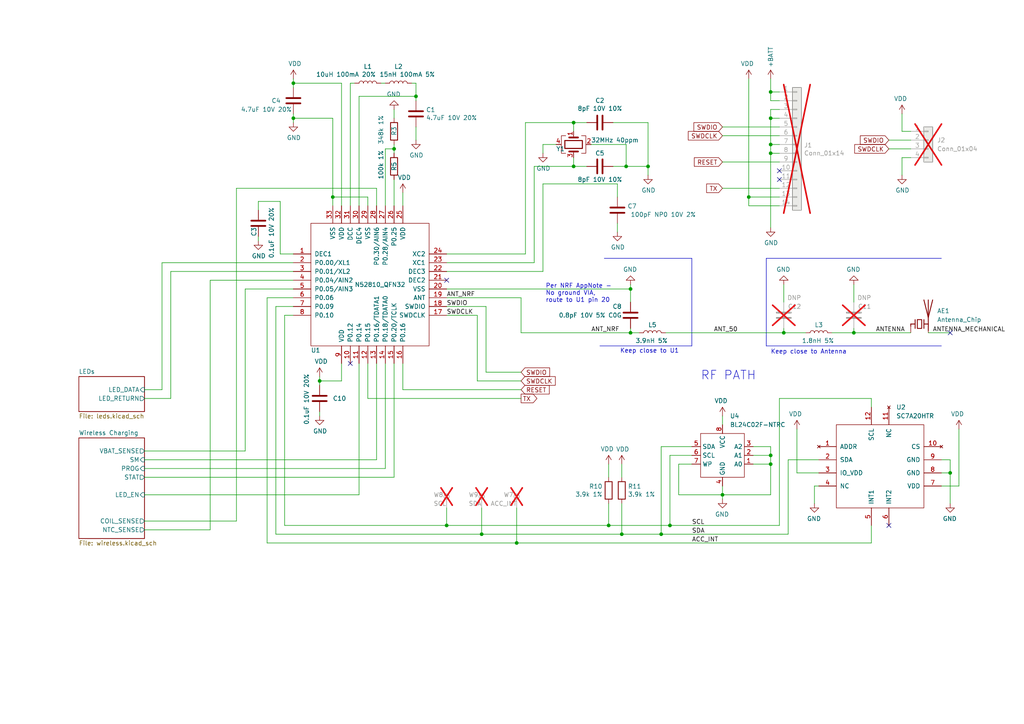
<source format=kicad_sch>
(kicad_sch (version 20250114) (generator "eeschema") (generator_version "9.0")
  (paper "A4")
  (title_block (title "Pixels D20 Schematic, Main") (date "2025-10-11") (rev "18") (company "Systemic Games, LLC") (comment 1 "Main MCU, Accelerometer and Radio"))
  (lib_symbols
    (symbol "Connector_Generic:Conn_01x04" (pin_names (offset 1.016) (hide yes))
      (property "Reference" "J" (at 0 5.08 0))
      (property "Value" "Conn_01x04" (at 0 -7.62 0))
      (symbol "Conn_01x04_1_1"
        (rectangle (start -1.27 3.81) (end 1.27 -6.35) (stroke (width 0.254)) (fill (type background)))
        (rectangle (start -1.27 2.667) (end 0 2.413) (stroke (width 0.1524)))
        (rectangle (start -1.27 0.127) (end 0 -0.127) (stroke (width 0.1524)))
        (rectangle (start -1.27 -2.413) (end 0 -2.667) (stroke (width 0.1524)))
        (rectangle (start -1.27 -4.953) (end 0 -5.207) (stroke (width 0.1524)))
        (pin passive line (at -5.08 2.54 0) (length 3.81) (name "Pin_1") (number "1"))
        (pin passive line (at -5.08 0 0) (length 3.81) (name "Pin_2") (number "2"))
        (pin passive line (at -5.08 -2.54 0) (length 3.81) (name "Pin_3") (number "3"))
        (pin passive line (at -5.08 -5.08 0) (length 3.81) (name "Pin_4") (number "4"))
      )
    )
    (symbol "Connector_Generic:Conn_01x14" (pin_names (offset 1.016) (hide yes))
      (property "Reference" "J" (at 0 17.78 0))
      (property "Value" "Conn_01x14" (at 0 -20.32 0))
      (symbol "Conn_01x14_1_1"
        (rectangle (start -1.27 16.51) (end 1.27 -19.05) (stroke (width 0.254)) (fill (type background)))
        (rectangle (start -1.27 15.367) (end 0 15.113) (stroke (width 0.1524)))
        (rectangle (start -1.27 12.827) (end 0 12.573) (stroke (width 0.1524)))
        (rectangle (start -1.27 10.287) (end 0 10.033) (stroke (width 0.1524)))
        (rectangle (start -1.27 7.747) (end 0 7.493) (stroke (width 0.1524)))
        (rectangle (start -1.27 5.207) (end 0 4.953) (stroke (width 0.1524)))
        (rectangle (start -1.27 2.667) (end 0 2.413) (stroke (width 0.1524)))
        (rectangle (start -1.27 0.127) (end 0 -0.127) (stroke (width 0.1524)))
        (rectangle (start -1.27 -2.413) (end 0 -2.667) (stroke (width 0.1524)))
        (rectangle (start -1.27 -4.953) (end 0 -5.207) (stroke (width 0.1524)))
        (rectangle (start -1.27 -7.493) (end 0 -7.747) (stroke (width 0.1524)))
        (rectangle (start -1.27 -10.033) (end 0 -10.287) (stroke (width 0.1524)))
        (rectangle (start -1.27 -12.573) (end 0 -12.827) (stroke (width 0.1524)))
        (rectangle (start -1.27 -15.113) (end 0 -15.367) (stroke (width 0.1524)))
        (rectangle (start -1.27 -17.653) (end 0 -17.907) (stroke (width 0.1524)))
        (pin passive line (at -5.08 15.24 0) (length 3.81) (name "Pin_1") (number "1"))
        (pin passive line (at -5.08 12.7 0) (length 3.81) (name "Pin_2") (number "2"))
        (pin passive line (at -5.08 10.16 0) (length 3.81) (name "Pin_3") (number "3"))
        (pin passive line (at -5.08 7.62 0) (length 3.81) (name "Pin_4") (number "4"))
        (pin passive line (at -5.08 5.08 0) (length 3.81) (name "Pin_5") (number "5"))
        (pin passive line (at -5.08 2.54 0) (length 3.81) (name "Pin_6") (number "6"))
        (pin passive line (at -5.08 0 0) (length 3.81) (name "Pin_7") (number "7"))
        (pin passive line (at -5.08 -2.54 0) (length 3.81) (name "Pin_8") (number "8"))
        (pin passive line (at -5.08 -5.08 0) (length 3.81) (name "Pin_9") (number "9"))
        (pin passive line (at -5.08 -7.62 0) (length 3.81) (name "Pin_10") (number "10"))
        (pin passive line (at -5.08 -10.16 0) (length 3.81) (name "Pin_11") (number "11"))
        (pin passive line (at -5.08 -12.7 0) (length 3.81) (name "Pin_12") (number "12"))
        (pin passive line (at -5.08 -15.24 0) (length 3.81) (name "Pin_13") (number "13"))
        (pin passive line (at -5.08 -17.78 0) (length 3.81) (name "Pin_14") (number "14"))
      )
    )
    (symbol "Device:Antenna_Chip" (pin_numbers (hide yes)) (pin_names (offset 1.016) (hide yes))
      (property "Reference" "AE" (at 0 5.08 0))
      (property "Value" "Antenna_Chip" (at 0 3.175 0))
      (symbol "Antenna_Chip_0_1"
        (polyline (pts (xy -2.54 0) (xy -2.54 -0.635)) (stroke (width 0.254)))
        (polyline (pts (xy -2.54 0) (xy -1.27 0)) (stroke (width 0.254)))
        (polyline (pts (xy -1.27 1.27) (xy -1.27 -1.27) (xy -1.27 0)) (stroke (width 0.254)))
        (polyline (pts (xy -0.635 1.27) (xy 0.635 1.27) (xy 0.635 -1.27) (xy -0.635 -1.27) (xy -0.635 1.27)) (stroke (width 0.254)))
        (polyline (pts (xy 1.27 1.27) (xy 1.27 -1.27)) (stroke (width 0.254)))
        (polyline (pts (xy 1.27 0) (xy 2.54 0)) (stroke (width 0.254)))
        (polyline (pts (xy 2.54 6.985) (xy 2.54 -1.905)) (stroke (width 0.254)))
        (polyline (pts (xy 2.54 -0.635) (xy 2.54 0)))
        (polyline (pts (xy 3.81 6.985) (xy 2.54 1.905) (xy 1.27 6.985)) (stroke (width 0.254)))
      )
      (symbol "Antenna_Chip_1_1"
        (pin input line (at -2.54 -2.54 90) (length 2.54) (name "FEED") (number "1"))
        (pin passive line (at 2.54 -2.54 90) (length 2.54) (name "PCB_Trace") (number "2"))
      )
    )
    (symbol "Device:C" (pin_numbers (hide yes)) (pin_names (offset 0.254))
      (property "Reference" "C" (at 0.635 2.54 0))
      (property "Value" "C" (at 0.635 -2.54 0))
      (symbol "C_0_1"
        (polyline (pts (xy -2.032 0.762) (xy 2.032 0.762)) (stroke (width 0.508)))
        (polyline (pts (xy -2.032 -0.762) (xy 2.032 -0.762)) (stroke (width 0.508)))
      )
      (symbol "C_1_1"
        (pin passive line (at 0 3.81 270) (length 2.794) (name "~") (number "1"))
        (pin passive line (at 0 -3.81 90) (length 2.794) (name "~") (number "2"))
      )
    )
    (symbol "Device:Crystal_GND24" (pin_names (offset 1.016) (hide yes))
      (property "Reference" "Y" (at 3.175 5.08 0))
      (property "Value" "Crystal_GND24" (at 3.175 3.175 0))
      (symbol "Crystal_GND24_0_1"
        (polyline (pts (xy -2.54 2.286) (xy -2.54 3.556) (xy 2.54 3.556) (xy 2.54 2.286)))
        (polyline (pts (xy -2.54 0) (xy -2.032 0)))
        (polyline (pts (xy -2.54 -2.286) (xy -2.54 -3.556) (xy 2.54 -3.556) (xy 2.54 -2.286)))
        (polyline (pts (xy -2.032 -1.27) (xy -2.032 1.27)) (stroke (width 0.508)))
        (rectangle (start -1.143 2.54) (end 1.143 -2.54) (stroke (width 0.3048)))
        (polyline (pts (xy 0 3.556) (xy 0 3.81)))
        (polyline (pts (xy 0 -3.81) (xy 0 -3.556)))
        (polyline (pts (xy 2.032 0) (xy 2.54 0)))
        (polyline (pts (xy 2.032 -1.27) (xy 2.032 1.27)) (stroke (width 0.508)))
      )
      (symbol "Crystal_GND24_1_1"
        (pin passive line (at -3.81 0 0) (length 1.27) (name "1") (number "1"))
        (pin passive line (at 0 5.08 270) (length 1.27) (name "2") (number "2"))
        (pin passive line (at 0 -5.08 90) (length 1.27) (name "4") (number "4"))
        (pin passive line (at 3.81 0 180) (length 1.27) (name "3") (number "3"))
      )
    )
    (symbol "Device:L" (pin_numbers (hide yes)) (pin_names (offset 1.016) (hide yes))
      (property "Reference" "L" (at -1.27 0 90))
      (property "Value" "L" (at 1.905 0 90))
      (symbol "L_0_1"
        (arc (start 0 2.54) (mid 0.6323 1.905) (end 0 1.27))
        (arc (start 0 1.27) (mid 0.6323 0.635) (end 0 0))
        (arc (start 0 0) (mid 0.6323 -0.635) (end 0 -1.27))
        (arc (start 0 -1.27) (mid 0.6323 -1.905) (end 0 -2.54))
      )
      (symbol "L_1_1"
        (pin passive line (at 0 3.81 270) (length 1.27) (name "1") (number "1"))
        (pin passive line (at 0 -3.81 90) (length 1.27) (name "2") (number "2"))
      )
    )
    (symbol "Device:R" (pin_numbers (hide yes)) (pin_names (offset 0))
      (property "Reference" "R" (at 2.032 0 90))
      (property "Value" "R" (at 0 0 90))
      (symbol "R_0_1"
        (rectangle (start -1.016 -2.54) (end 1.016 2.54) (stroke (width 0.254)))
      )
      (symbol "R_1_1"
        (pin passive line (at 0 3.81 270) (length 1.27) (name "~") (number "1"))
        (pin passive line (at 0 -3.81 90) (length 1.27) (name "~") (number "2"))
      )
    )
    (symbol "Pixels-dice:BL24C02F-NTRC"
      (property "Reference" "U" (at 2.286 -11.176 0))
      (property "Value" "BL24C02F-NTRC" (at 9.398 -9.144 0))
      (symbol "BL24C02F-NTRC_0_1"
        (rectangle (start -6.35 6.35) (end 6.35 -6.35))
      )
      (symbol "BL24C02F-NTRC_1_1"
        (pin bidirectional line (at -8.89 2.54 0) (length 2.54) (name "SDA") (number "5"))
        (pin input line (at -8.89 0 0) (length 2.54) (name "SCL") (number "6"))
        (pin input line (at -8.89 -2.54 0) (length 2.54) (name "WP") (number "7"))
        (pin power_in line (at 0 8.89 270) (length 2.54) (name "VCC") (number "8"))
        (pin power_in line (at 0 -8.89 90) (length 2.54) (name "GND") (number "4"))
        (pin input line (at 8.89 2.54 180) (length 2.54) (name "A2") (number "3"))
        (pin input line (at 8.89 0 180) (length 2.54) (name "A1") (number "2"))
        (pin input line (at 8.89 -2.54 180) (length 2.54) (name "A0") (number "1"))
      )
    )
    (symbol "Pixels-dice:N52810_QFN32" (pin_names (offset 1.016))
      (property "Reference" "U" (at 13.97 -19.05 0))
      (property "Value" "N52810_QFN32" (at 2.54 0 0))
      (symbol "N52810_QFN32_0_1"
        (rectangle (start -17.78 17.78) (end 16.51 -17.78))
      )
      (symbol "N52810_QFN32_1_1"
        (pin power_out line (at -22.86 8.89 0) (length 5.08) (name "DEC1") (number "1"))
        (pin bidirectional line (at -22.86 6.35 0) (length 5.08) (name "P0.00/XL1") (number "2"))
        (pin bidirectional line (at -22.86 3.81 0) (length 5.08) (name "P0.01/XL2") (number "3"))
        (pin bidirectional line (at -22.86 1.27 0) (length 5.08) (name "P0.04/AIN2") (number "4"))
        (pin bidirectional line (at -22.86 -1.27 0) (length 5.08) (name "P0.05/AIN3") (number "5"))
        (pin bidirectional line (at -22.86 -3.81 0) (length 5.08) (name "P0.06") (number "6"))
        (pin bidirectional line (at -22.86 -6.35 0) (length 5.08) (name "P0.09") (number "7"))
        (pin bidirectional line (at -22.86 -8.89 0) (length 5.08) (name "P0.10") (number "8"))
        (pin power_in line (at -11.43 22.86 270) (length 5.08) (name "VSS") (number "33"))
        (pin power_in line (at -8.89 22.86 270) (length 5.08) (name "VDD") (number "32"))
        (pin power_in line (at -8.89 -22.86 90) (length 5.08) (name "VDD") (number "9"))
        (pin output line (at -6.35 22.86 270) (length 5.08) (name "DCC") (number "31"))
        (pin bidirectional line (at -6.35 -22.86 90) (length 5.08) (name "P0.12") (number "10"))
        (pin output line (at -3.81 22.86 270) (length 5.08) (name "DEC4") (number "30"))
        (pin bidirectional line (at -3.81 -22.86 90) (length 5.08) (name "P0.14") (number "11"))
        (pin power_in line (at -1.27 22.86 270) (length 5.08) (name "VSS") (number "29"))
        (pin bidirectional line (at -1.27 -22.86 90) (length 5.08) (name "P0.15") (number "12"))
        (pin bidirectional line (at 1.27 22.86 270) (length 5.08) (name "P0.30/AIN6") (number "28"))
        (pin bidirectional line (at 1.27 -22.86 90) (length 5.08) (name "P0.16/TDATA1") (number "13"))
        (pin bidirectional line (at 3.81 22.86 270) (length 5.08) (name "P0.28/AIN4") (number "27"))
        (pin bidirectional line (at 3.81 -22.86 90) (length 5.08) (name "P0.18/TDATA0") (number "14"))
        (pin bidirectional line (at 6.35 22.86 270) (length 5.08) (name "P0.25") (number "26"))
        (pin bidirectional line (at 6.35 -22.86 90) (length 5.08) (name "P0.20/TCLK") (number "15"))
        (pin power_in line (at 8.89 22.86 270) (length 5.08) (name "VDD") (number "25"))
        (pin bidirectional line (at 8.89 -22.86 90) (length 5.08) (name "P0.16") (number "16"))
        (pin input line (at 21.59 8.89 180) (length 5.08) (name "XC2") (number "24"))
        (pin output line (at 21.59 6.35 180) (length 5.08) (name "XC1") (number "23"))
        (pin output line (at 21.59 3.81 180) (length 5.08) (name "DEC3") (number "22"))
        (pin output line (at 21.59 1.27 180) (length 5.08) (name "DEC2") (number "21"))
        (pin output line (at 21.59 -1.27 180) (length 5.08) (name "VSS") (number "20"))
        (pin output line (at 21.59 -3.81 180) (length 5.08) (name "ANT") (number "19"))
        (pin bidirectional line (at 21.59 -6.35 180) (length 5.08) (name "SWDIO") (number "18"))
        (pin bidirectional line (at 21.59 -8.89 180) (length 5.08) (name "SWDCLK") (number "17"))
      )
    )
    (symbol "Pixels-dice:SC7A20HTR" (pin_names (offset 1.016))
      (property "Reference" "U" (at 10.16 -12.7 0))
      (property "Value" "SC7A20HTR" (at 8.89 13.97 0))
      (symbol "SC7A20HTR_0_1"
        (rectangle (start -12.7 12.7) (end 12.7 -11.43))
      )
      (symbol "SC7A20HTR_1_1"
        (pin no_connect line (at -17.78 6.35 0) (length 5.08) (name "ADDR") (number "1"))
        (pin bidirectional line (at -17.78 2.54 0) (length 5.08) (name "SDA") (number "2"))
        (pin power_in line (at -17.78 -1.27 0) (length 5.08) (name "IO_VDD") (number "3"))
        (pin input line (at -17.78 -5.08 0) (length 5.08) (name "NC") (number "4"))
        (pin input line (at -2.54 17.78 270) (length 5.08) (name "SCL") (number "12"))
        (pin output line (at -2.54 -16.51 90) (length 5.08) (name "INT1") (number "5"))
        (pin no_connect line (at 2.54 17.78 270) (length 5.08) (name "NC") (number "11"))
        (pin output line (at 2.54 -16.51 90) (length 5.08) (name "INT2") (number "6"))
        (pin no_connect line (at 17.78 6.35 180) (length 5.08) (name "CS") (number "10"))
        (pin power_in line (at 17.78 2.54 180) (length 5.08) (name "GND") (number "9"))
        (pin power_in line (at 17.78 -1.27 180) (length 5.08) (name "GND") (number "8"))
        (pin power_in line (at 17.78 -5.08 180) (length 5.08) (name "VDD") (number "7"))
      )
    )
    (symbol "Pixels-dice:TEST_1P-conn" (pin_numbers (hide yes)) (pin_names (offset 0.762) (hide yes))
      (property "Reference" "W" (at 0 6.858 0))
      (property "Value" "TEST_1P-conn" (at 0 5.08 0))
      (symbol "TEST_1P-conn_0_1"
        (circle (center 0 3.302) (radius 0.762))
      )
      (symbol "TEST_1P-conn_1_1"
        (pin passive line (at 0 0 90) (length 2.54) (name "1") (number "1"))
      )
    )
    (symbol "power:+BATT" (power) (pin_names (offset 0))
      (property "Value" "+BATT" (at 0 3.556 0))
      (symbol "+BATT_0_1"
        (polyline (pts (xy -0.762 1.27) (xy 0 2.54)))
        (polyline (pts (xy 0 2.54) (xy 0.762 1.27)))
        (polyline (pts (xy 0 0) (xy 0 2.54)))
      )
      (symbol "+BATT_1_1"
        (pin power_in line (at 0 0 90) (length 0) (hide yes) (name "+BATT") (number "1"))
      )
    )
    (symbol "power:GND" (power) (pin_names (offset 0))
      (property "Value" "GND" (at 0 -3.81 0))
      (symbol "GND_0_1"
        (polyline (pts (xy 0 0) (xy 0 -1.27) (xy 1.27 -1.27) (xy 0 -2.54) (xy -1.27 -1.27) (xy 0 -1.27)))
      )
      (symbol "GND_1_1"
        (pin power_in line (at 0 0 270) (length 0) (hide yes) (name "GND") (number "1"))
      )
    )
    (symbol "power:VDD" (power) (pin_names (offset 0))
      (property "Value" "VDD" (at 0 3.81 0))
      (symbol "VDD_0_1"
        (polyline (pts (xy -0.762 1.27) (xy 0 2.54)))
        (polyline (pts (xy 0 2.54) (xy 0.762 1.27)))
        (polyline (pts (xy 0 0) (xy 0 2.54)))
      )
      (symbol "VDD_1_1"
        (pin power_in line (at 0 0 90) (length 0) (hide yes) (name "VDD") (number "1"))
      )
    )
  )
  (text "Per NRF AppNote -\nNo ground VIA,\nroute to U1 pin 20" (at 158.242 87.884 0) (effects (font (size 1.27 1.27)) (justify left bottom)))
  (text "RF PATH" (at 203.2 110.49 0) (effects (font (size 2.54 2.54)) (justify left bottom)))
  (text "Keep close to Antenna" (at 223.52 102.87 0) (effects (font (size 1.27 1.27)) (justify left bottom)))
  (text "Keep close to U1" (at 179.832 102.616 0) (effects (font (size 1.27 1.27)) (justify left bottom)))
  (junction (at 181.61 48.26))
  (junction (at 114.3 43.18))
  (junction (at 166.37 48.26))
  (junction (at 223.52 41.91))
  (junction (at 139.7 154.94))
  (junction (at 176.53 152.4))
  (junction (at 182.88 96.52))
  (junction (at 227.33 96.52))
  (junction (at 120.65 27.94))
  (junction (at 182.88 83.82))
  (junction (at 194.31 152.4))
  (junction (at 85.09 24.13))
  (junction (at 223.52 34.29))
  (junction (at 92.71 110.49))
  (junction (at 247.65 96.52))
  (junction (at 187.96 48.26))
  (junction (at 149.86 157.48))
  (junction (at 223.52 134.62))
  (junction (at 217.17 57.15))
  (junction (at 180.34 154.94))
  (junction (at 275.59 137.16))
  (junction (at 209.55 143.51))
  (junction (at 85.09 34.29))
  (junction (at 129.54 152.4))
  (junction (at 223.52 132.08))
  (junction (at 223.52 44.45))
  (junction (at 223.52 26.67))
  (junction (at 191.77 154.94))
  (junction (at 166.37 35.56))
  (junction (at 96.52 57.15))
  (no_connect (at 275.59 96.52))
  (no_connect (at 101.6 105.41))
  (no_connect (at 226.06 49.53))
  (no_connect (at 129.54 81.28))
  (no_connect (at 226.06 52.07))
  (no_connect (at 257.81 152.4))
  (wire (pts (xy 114.3 105.41) (xy 114.3 138.43)))
  (wire (pts (xy 96.52 34.29) (xy 85.09 34.29)))
  (wire (pts (xy 96.52 34.29) (xy 96.52 57.15)))
  (wire (pts (xy 209.55 46.99) (xy 226.06 46.99)))
  (wire (pts (xy 109.22 59.69) (xy 109.22 54.61)))
  (wire (pts (xy 149.86 147.32) (xy 149.86 157.48)))
  (wire (pts (xy 68.58 151.13) (xy 41.91 151.13)))
  (wire (pts (xy 181.61 41.91) (xy 181.61 48.26)))
  (wire (pts (xy 114.3 31.75) (xy 114.3 34.29)))
  (wire (pts (xy 154.94 76.2) (xy 154.94 48.26)))
  (wire (pts (xy 85.09 22.86) (xy 85.09 24.13)))
  (wire (pts (xy 209.55 54.61) (xy 226.06 54.61)))
  (wire (pts (xy 60.96 81.28) (xy 85.09 81.28)))
  (wire (pts (xy 177.8 48.26) (xy 181.61 48.26)))
  (wire (pts (xy 138.43 110.49) (xy 151.13 110.49)))
  (wire (pts (xy 196.85 134.62) (xy 196.85 143.51)))
  (wire (pts (xy 129.54 73.66) (xy 152.4 73.66)))
  (wire (pts (xy 41.91 130.81) (xy 71.12 130.81)))
  (wire (pts (xy 223.52 31.75) (xy 223.52 34.29)))
  (wire (pts (xy 85.09 76.2) (xy 46.99 76.2)))
  (wire (pts (xy 191.77 129.54) (xy 200.66 129.54)))
  (polyline (pts (xy 222.25 74.93) (xy 222.25 100.33)))
  (wire (pts (xy 187.96 35.56) (xy 187.96 48.26)))
  (wire (pts (xy 166.37 35.56) (xy 170.18 35.56)))
  (wire (pts (xy 217.17 57.15) (xy 217.17 59.69)))
  (wire (pts (xy 226.06 57.15) (xy 217.17 57.15)))
  (wire (pts (xy 223.52 132.08) (xy 223.52 134.62)))
  (polyline (pts (xy 222.25 100.33) (xy 273.05 100.33)))
  (wire (pts (xy 49.53 78.74) (xy 85.09 78.74)))
  (wire (pts (xy 129.54 86.36) (xy 151.13 86.36)))
  (wire (pts (xy 106.68 105.41) (xy 106.68 115.57)))
  (wire (pts (xy 60.96 81.28) (xy 60.96 153.67)))
  (wire (pts (xy 278.13 140.97) (xy 273.05 140.97)))
  (wire (pts (xy 180.34 134.62) (xy 180.34 138.43)))
  (wire (pts (xy 226.06 44.45) (xy 223.52 44.45)))
  (wire (pts (xy 223.52 134.62) (xy 223.52 143.51)))
  (wire (pts (xy 120.65 36.83) (xy 120.65 40.64)))
  (wire (pts (xy 101.6 24.13) (xy 102.87 24.13)))
  (wire (pts (xy 209.55 143.51) (xy 209.55 144.78)))
  (wire (pts (xy 92.71 110.49) (xy 92.71 111.76)))
  (wire (pts (xy 41.91 115.57) (xy 49.53 115.57)))
  (wire (pts (xy 129.54 83.82) (xy 182.88 83.82)))
  (wire (pts (xy 226.06 115.57) (xy 226.06 152.4)))
  (wire (pts (xy 92.71 110.49) (xy 99.06 110.49)))
  (wire (pts (xy 231.14 124.46) (xy 231.14 137.16)))
  (wire (pts (xy 116.84 113.03) (xy 151.13 113.03)))
  (wire (pts (xy 275.59 133.35) (xy 275.59 137.16)))
  (wire (pts (xy 82.55 91.44) (xy 82.55 152.4)))
  (wire (pts (xy 152.4 73.66) (xy 152.4 35.56)))
  (wire (pts (xy 129.54 88.9) (xy 140.97 88.9)))
  (wire (pts (xy 226.06 34.29) (xy 223.52 34.29)))
  (wire (pts (xy 151.13 96.52) (xy 182.88 96.52)))
  (wire (pts (xy 176.53 134.62) (xy 176.53 138.43)))
  (wire (pts (xy 218.44 132.08) (xy 223.52 132.08)))
  (wire (pts (xy 194.31 152.4) (xy 226.06 152.4)))
  (wire (pts (xy 92.71 110.49) (xy 92.71 109.22)))
  (wire (pts (xy 140.97 107.95) (xy 151.13 107.95)))
  (wire (pts (xy 46.99 113.03) (xy 41.91 113.03)))
  (wire (pts (xy 161.29 41.91) (xy 157.48 41.91)))
  (wire (pts (xy 257.81 43.18) (xy 264.16 43.18)))
  (wire (pts (xy 46.99 76.2) (xy 46.99 113.03)))
  (wire (pts (xy 139.7 154.94) (xy 180.34 154.94)))
  (wire (pts (xy 252.73 118.11) (xy 252.73 115.57)))
  (wire (pts (xy 85.09 24.13) (xy 85.09 25.4)))
  (wire (pts (xy 120.65 27.94) (xy 120.65 29.21)))
  (wire (pts (xy 223.52 29.21) (xy 226.06 29.21)))
  (wire (pts (xy 106.68 59.69) (xy 106.68 57.15)))
  (wire (pts (xy 77.47 86.36) (xy 77.47 157.48)))
  (wire (pts (xy 209.55 39.37) (xy 226.06 39.37)))
  (wire (pts (xy 252.73 152.4) (xy 252.73 157.48)))
  (wire (pts (xy 80.01 154.94) (xy 139.7 154.94)))
  (wire (pts (xy 116.84 55.88) (xy 116.84 59.69)))
  (wire (pts (xy 119.38 24.13) (xy 120.65 24.13)))
  (wire (pts (xy 120.65 27.94) (xy 104.14 27.94)))
  (wire (pts (xy 111.76 135.89) (xy 111.76 105.41)))
  (wire (pts (xy 278.13 124.46) (xy 278.13 140.97)))
  (wire (pts (xy 99.06 110.49) (xy 99.06 105.41)))
  (wire (pts (xy 193.04 96.52) (xy 227.33 96.52)))
  (wire (pts (xy 177.8 35.56) (xy 187.96 35.56)))
  (wire (pts (xy 77.47 157.48) (xy 149.86 157.48)))
  (wire (pts (xy 60.96 153.67) (xy 41.91 153.67)))
  (polyline (pts (xy 173.99 100.33) (xy 200.66 100.33)))
  (wire (pts (xy 180.34 154.94) (xy 191.77 154.94)))
  (wire (pts (xy 154.94 48.26) (xy 166.37 48.26)))
  (wire (pts (xy 49.53 115.57) (xy 49.53 78.74)))
  (wire (pts (xy 247.65 82.55) (xy 247.65 87.63)))
  (wire (pts (xy 71.12 83.82) (xy 85.09 83.82)))
  (wire (pts (xy 41.91 135.89) (xy 111.76 135.89)))
  (wire (pts (xy 273.05 137.16) (xy 275.59 137.16)))
  (wire (pts (xy 209.55 36.83) (xy 226.06 36.83)))
  (wire (pts (xy 227.33 96.52) (xy 233.68 96.52)))
  (wire (pts (xy 200.66 132.08) (xy 194.31 132.08)))
  (wire (pts (xy 41.91 143.51) (xy 104.14 143.51)))
  (polyline (pts (xy 200.66 74.93) (xy 200.66 100.33)))
  (wire (pts (xy 85.09 88.9) (xy 80.01 88.9)))
  (wire (pts (xy 166.37 48.26) (xy 170.18 48.26)))
  (wire (pts (xy 223.52 26.67) (xy 226.06 26.67)))
  (wire (pts (xy 149.86 157.48) (xy 252.73 157.48)))
  (wire (pts (xy 182.88 82.55) (xy 182.88 83.82)))
  (wire (pts (xy 179.07 53.34) (xy 179.07 57.15)))
  (wire (pts (xy 261.62 33.02) (xy 261.62 38.1)))
  (wire (pts (xy 92.71 119.38) (xy 92.71 120.65)))
  (wire (pts (xy 209.55 140.97) (xy 209.55 143.51)))
  (wire (pts (xy 80.01 154.94) (xy 80.01 88.9)))
  (wire (pts (xy 85.09 34.29) (xy 85.09 35.56)))
  (wire (pts (xy 218.44 129.54) (xy 223.52 129.54)))
  (wire (pts (xy 109.22 54.61) (xy 68.58 54.61)))
  (wire (pts (xy 252.73 115.57) (xy 226.06 115.57)))
  (wire (pts (xy 273.05 133.35) (xy 275.59 133.35)))
  (wire (pts (xy 152.4 35.56) (xy 166.37 35.56)))
  (wire (pts (xy 85.09 91.44) (xy 82.55 91.44)))
  (wire (pts (xy 120.65 24.13) (xy 120.65 27.94)))
  (wire (pts (xy 241.3 96.52) (xy 247.65 96.52)))
  (wire (pts (xy 223.52 129.54) (xy 223.52 132.08)))
  (wire (pts (xy 218.44 134.62) (xy 223.52 134.62)))
  (wire (pts (xy 68.58 54.61) (xy 68.58 151.13)))
  (wire (pts (xy 104.14 143.51) (xy 104.14 105.41)))
  (wire (pts (xy 217.17 22.86) (xy 217.17 57.15)))
  (wire (pts (xy 223.52 22.86) (xy 223.52 26.67)))
  (wire (pts (xy 236.22 140.97) (xy 237.49 140.97)))
  (wire (pts (xy 228.6 133.35) (xy 228.6 154.94)))
  (wire (pts (xy 111.76 43.18) (xy 114.3 43.18)))
  (wire (pts (xy 85.09 73.66) (xy 81.28 73.66)))
  (wire (pts (xy 227.33 82.55) (xy 227.33 87.63)))
  (wire (pts (xy 106.68 115.57) (xy 151.13 115.57)))
  (wire (pts (xy 191.77 154.94) (xy 228.6 154.94)))
  (wire (pts (xy 99.06 24.13) (xy 85.09 24.13)))
  (wire (pts (xy 261.62 38.1) (xy 264.16 38.1)))
  (wire (pts (xy 138.43 91.44) (xy 138.43 110.49)))
  (wire (pts (xy 129.54 152.4) (xy 176.53 152.4)))
  (wire (pts (xy 96.52 57.15) (xy 96.52 59.69)))
  (wire (pts (xy 223.52 44.45) (xy 223.52 66.04)))
  (wire (pts (xy 171.45 41.91) (xy 181.61 41.91)))
  (polyline (pts (xy 175.26 74.93) (xy 200.66 74.93)))
  (wire (pts (xy 226.06 41.91) (xy 223.52 41.91)))
  (wire (pts (xy 106.68 57.15) (xy 96.52 57.15)))
  (wire (pts (xy 151.13 86.36) (xy 151.13 96.52)))
  (polyline (pts (xy 222.25 74.93) (xy 273.05 74.93)))
  (wire (pts (xy 129.54 91.44) (xy 138.43 91.44)))
  (wire (pts (xy 139.7 147.32) (xy 139.7 154.94)))
  (wire (pts (xy 74.93 68.58) (xy 74.93 69.85)))
  (wire (pts (xy 194.31 132.08) (xy 194.31 152.4)))
  (wire (pts (xy 101.6 24.13) (xy 101.6 59.69)))
  (wire (pts (xy 196.85 143.51) (xy 209.55 143.51)))
  (wire (pts (xy 41.91 133.35) (xy 109.22 133.35)))
  (wire (pts (xy 223.52 41.91) (xy 223.52 44.45)))
  (wire (pts (xy 82.55 152.4) (xy 129.54 152.4)))
  (wire (pts (xy 114.3 43.18) (xy 114.3 44.45)))
  (wire (pts (xy 129.54 147.32) (xy 129.54 152.4)))
  (wire (pts (xy 81.28 58.42) (xy 74.93 58.42)))
  (wire (pts (xy 176.53 152.4) (xy 194.31 152.4)))
  (wire (pts (xy 182.88 95.25) (xy 182.88 96.52)))
  (wire (pts (xy 261.62 45.72) (xy 261.62 50.8)))
  (wire (pts (xy 71.12 83.82) (xy 71.12 130.81)))
  (wire (pts (xy 140.97 88.9) (xy 140.97 107.95)))
  (wire (pts (xy 109.22 133.35) (xy 109.22 105.41)))
  (wire (pts (xy 180.34 146.05) (xy 180.34 154.94)))
  (wire (pts (xy 237.49 137.16) (xy 231.14 137.16)))
  (wire (pts (xy 85.09 33.02) (xy 85.09 34.29)))
  (wire (pts (xy 111.76 59.69) (xy 111.76 43.18)))
  (wire (pts (xy 157.48 53.34) (xy 157.48 78.74)))
  (wire (pts (xy 209.55 120.65) (xy 209.55 123.19)))
  (wire (pts (xy 104.14 27.94) (xy 104.14 59.69)))
  (wire (pts (xy 181.61 48.26) (xy 187.96 48.26)))
  (wire (pts (xy 247.65 96.52) (xy 264.16 96.52)))
  (wire (pts (xy 223.52 31.75) (xy 226.06 31.75)))
  (wire (pts (xy 182.88 96.52) (xy 185.42 96.52)))
  (wire (pts (xy 116.84 105.41) (xy 116.84 113.03)))
  (wire (pts (xy 275.59 137.16) (xy 275.59 146.05)))
  (wire (pts (xy 114.3 41.91) (xy 114.3 43.18)))
  (wire (pts (xy 223.52 143.51) (xy 209.55 143.51)))
  (wire (pts (xy 182.88 83.82) (xy 182.88 87.63)))
  (wire (pts (xy 179.07 64.77) (xy 179.07 67.31)))
  (wire (pts (xy 223.52 34.29) (xy 223.52 41.91)))
  (wire (pts (xy 200.66 134.62) (xy 196.85 134.62)))
  (wire (pts (xy 157.48 41.91) (xy 157.48 44.45)))
  (wire (pts (xy 110.49 24.13) (xy 111.76 24.13)))
  (wire (pts (xy 261.62 45.72) (xy 264.16 45.72)))
  (wire (pts (xy 187.96 48.26) (xy 187.96 50.8)))
  (wire (pts (xy 166.37 45.72) (xy 166.37 48.26)))
  (wire (pts (xy 41.91 138.43) (xy 114.3 138.43)))
  (wire (pts (xy 166.37 38.1) (xy 166.37 35.56)))
  (wire (pts (xy 179.07 53.34) (xy 157.48 53.34)))
  (wire (pts (xy 247.65 95.25) (xy 247.65 96.52)))
  (wire (pts (xy 269.24 96.52) (xy 275.59 96.52)))
  (wire (pts (xy 81.28 58.42) (xy 81.28 73.66)))
  (wire (pts (xy 74.93 58.42) (xy 74.93 60.96)))
  (wire (pts (xy 99.06 24.13) (xy 99.06 59.69)))
  (wire (pts (xy 236.22 140.97) (xy 236.22 146.05)))
  (wire (pts (xy 223.52 26.67) (xy 223.52 29.21)))
  (wire (pts (xy 176.53 146.05) (xy 176.53 152.4)))
  (wire (pts (xy 191.77 129.54) (xy 191.77 154.94)))
  (wire (pts (xy 114.3 52.07) (xy 114.3 59.69)))
  (wire (pts (xy 217.17 59.69) (xy 226.06 59.69)))
  (wire (pts (xy 129.54 76.2) (xy 154.94 76.2)))
  (wire (pts (xy 85.09 86.36) (xy 77.47 86.36)))
  (wire (pts (xy 257.81 40.64) (xy 264.16 40.64)))
  (wire (pts (xy 227.33 95.25) (xy 227.33 96.52)))
  (wire (pts (xy 237.49 133.35) (xy 228.6 133.35)))
  (wire (pts (xy 129.54 78.74) (xy 157.48 78.74)))
  (label "ANTENNA_MECHANICAL" (at 270.51 96.52 0))
  (label "ANT_50" (at 207.01 96.52 0))
  (label "ACC_INT" (at 200.66 157.48 0))
  (label "SWDCLK" (at 129.54 91.44 0))
  (label "ANT_NRF" (at 129.54 86.36 0))
  (label "SCL" (at 200.66 152.4 0))
  (label "ANTENNA" (at 254 96.52 0))
  (label "SWDIO" (at 129.54 88.9 0))
  (label "SDA" (at 200.66 154.94 0))
  (label "ANT_NRF" (at 171.45 96.52 0))
  (global_label "SWDCLK" (shape input) (at 257.81 43.18 180) (property "Intersheetrefs" "${INTERSHEET_REFS}" (effects (hide yes))))
  (global_label "SWDIO" (shape input) (at 151.13 107.95 0) (property "Intersheetrefs" "${INTERSHEET_REFS}" (effects (hide yes))))
  (global_label "SWDCLK" (shape input) (at 209.55 39.37 180) (property "Intersheetrefs" "${INTERSHEET_REFS}" (effects (hide yes))))
  (global_label "RESET" (shape input) (at 209.55 46.99 180) (property "Intersheetrefs" "${INTERSHEET_REFS}" (effects (hide yes))))
  (global_label "SWDCLK" (shape input) (at 151.13 110.49 0) (property "Intersheetrefs" "${INTERSHEET_REFS}" (effects (hide yes))))
  (global_label "RESET" (shape input) (at 151.13 113.03 0) (property "Intersheetrefs" "${INTERSHEET_REFS}" (effects (hide yes))))
  (global_label "TX" (shape output) (at 151.13 115.57 0) (property "Intersheetrefs" "${INTERSHEET_REFS}" (effects (hide yes))))
  (global_label "TX" (shape input) (at 209.55 54.61 180) (property "Intersheetrefs" "${INTERSHEET_REFS}" (effects (hide yes))))
  (global_label "SWDIO" (shape input) (at 209.55 36.83 180) (property "Intersheetrefs" "${INTERSHEET_REFS}" (effects (hide yes))))
  (global_label "SWDIO" (shape input) (at 257.81 40.64 180) (property "Intersheetrefs" "${INTERSHEET_REFS}" (effects (hide yes))))
  (symbol (lib_id "power:GND") (at 92.71 120.65 0) (unit 1)
    (property "Reference" "#PWR016" (effects (hide yes)))
    (property "Value" "GND" (at 92.837 125.0442 0))
  )
  (symbol (lib_id "power:VDD") (at 92.71 109.22 0) (unit 1)
    (property "Reference" "#PWR014" (effects (hide yes)))
    (property "Value" "VDD" (at 93.1418 104.8258 0))
  )
  (symbol (lib_id "Device:C") (at 92.71 115.57 0) (unit 1)
    (property "Reference" "C10" (at 96.52 115.57 0) (effects (justify left)))
    (property "Value" "0.1uF 10V 20%" (at 88.9 123.19 90) (effects (justify left)))
    (property "Footprint" "Capacitor_SMD:C_0201_0603Metric" (effects (hide yes)))
    (property "Generic OK" "YES" (effects (hide yes)))
    (property "Manufacturer" "HRE" (effects (hide yes)))
    (property "Part Number" "CGA0201X5R104K100ET" (effects (hide yes)))
    (property "LCSC Part #" "C6119757" (effects (hide yes)))
  )
  (symbol (lib_id "power:GND") (at 85.09 35.56 0) (unit 1)
    (property "Reference" "#PWR08" (effects (hide yes)))
    (property "Value" "GND" (at 85.217 39.9542 0))
  )
  (symbol (lib_id "power:VDD") (at 85.09 22.86 0) (unit 1)
    (property "Reference" "#PWR01" (effects (hide yes)))
    (property "Value" "VDD" (at 85.5218 18.4658 0))
  )
  (symbol (lib_id "Device:C") (at 85.09 29.21 0) (unit 1)
    (property "Reference" "C4" (at 78.74 29.21 0) (effects (justify left)))
    (property "Value" "4.7uF 10V 20%" (at 69.85 31.75 0) (effects (justify left)))
    (property "Footprint" "Pixels-dice:C_0402_1005Metric" (effects (hide yes)))
    (property "Generic OK" "YES" (effects (hide yes)))
    (property "Manufacturer" "HRE" (effects (hide yes)))
    (property "Part Number" "CGA0402X5R475M100GT" (effects (hide yes)))
    (property "Alternate Manufacturer" "Samsung Electro-Mechanics" (effects (hide yes)))
    (property "Alternate PN" "CL05A475MP5NRNC" (effects (hide yes)))
    (property "Alternate LCSC Part #" "C23733" (effects (hide yes)))
  )
  (symbol (lib_id "power:GND") (at 74.93 69.85 0) (unit 1)
    (property "Reference" "#PWR05" (effects (hide yes)))
    (property "Value" "GND" (at 75.057 74.2442 0))
  )
  (symbol (lib_id "Device:C") (at 74.93 64.77 0) (unit 1)
    (property "Reference" "C3" (at 73.66 68.58 90) (effects (justify left)))
    (property "Value" "0.1uF 10V 20%" (at 78.74 74.93 90) (effects (justify left)))
    (property "Footprint" "Capacitor_SMD:C_0201_0603Metric" (effects (hide yes)))
    (property "Generic OK" "YES" (effects (hide yes)))
    (property "Manufacturer" "HRE" (effects (hide yes)))
    (property "Part Number" "CGA0201X5R104K100ET" (effects (hide yes)))
    (property "LCSC Part #" "C6119757" (effects (hide yes)))
  )
  (symbol (lib_id "Device:L") (at 106.68 24.13 90) (unit 1)
    (property "Reference" "L1" (at 106.68 19.304 90))
    (property "Value" "10uH 100mA 20%" (at 100.33 21.59 90))
    (property "Footprint" "Inductor_SMD:L_0603_1608Metric" (effects (hide yes)))
    (property "Generic OK" "YES" (effects (hide yes)))
    (property "Manufacturer" "FH" (effects (hide yes)))
    (property "Part Number" "CMI160808J100KT" (effects (hide yes)))
    (property "LCSC Part #" "C411908" (effects (hide yes)))
  )
  (symbol (lib_id "Device:L") (at 115.57 24.13 90) (unit 1)
    (property "Reference" "L2" (at 115.57 19.304 90))
    (property "Value" "15nH 100mA 5%" (at 118.11 21.59 90))
    (property "Footprint" "Inductor_SMD:L_0201_0603Metric" (effects (hide yes)))
    (property "Generic OK" "YES" (effects (hide yes)))
    (property "Manufacturer" "FH" (effects (hide yes)))
    (property "Part Number" "VHF060303HQ15NKT" (effects (hide yes)))
    (property "LCSC Part #" "C381880" (effects (hide yes)))
  )
  (symbol (lib_id "Device:C") (at 120.65 33.02 0) (unit 1)
    (property "Reference" "C1" (at 123.571 31.8516 0) (effects (justify left)))
    (property "Value" "4.7uF 10V 20%" (at 123.571 34.163 0) (effects (justify left)))
    (property "Footprint" "Pixels-dice:C_0402_1005Metric" (effects (hide yes)))
    (property "Generic OK" "YES" (effects (hide yes)))
    (property "Manufacturer" "HRE" (effects (hide yes)))
    (property "Part Number" "CGA0402X5R475M100GT" (effects (hide yes)))
    (property "Alternate Manufacturer" "Samsung Electro-Mechanics" (effects (hide yes)))
    (property "Alternate PN" "CL05A475MP5NRNC" (effects (hide yes)))
    (property "Alternate LCSC Part #" "C23733" (effects (hide yes)))
  )
  (symbol (lib_id "power:GND") (at 120.65 40.64 0) (unit 1)
    (property "Reference" "#PWR03" (effects (hide yes)))
    (property "Value" "GND" (at 120.777 45.0342 0))
  )
  (symbol (lib_id "Device:Crystal_GND24") (at 166.37 41.91 270) (unit 1)
    (property "Reference" "Y1" (at 161.29 43.18 90) (effects (justify left)))
    (property "Value" "32MHz 40ppm" (at 171.45 40.64 90) (effects (justify left)))
    (property "Footprint" "Pixels-dice:Crystal_SMD_2016-4Pin_2.0x1.6mm" (effects (hide yes)))
    (property "Generic OK" "YES" (effects (hide yes)))
    (property "Manufacturer" "TOGNJING" (effects (hide yes)))
    (property "Part Number" "XTM20032000DT00351001" (effects (hide yes)))
    (property "Alternate Manufacturer" "TXC Corp" (effects (hide yes)))
    (property "Alternate PN" "8Q32000002" (effects (hide yes)))
    (property "Alternate LCSC Part #" "C5203640" (effects (hide yes)))
    (property "LCSC Part #" "C20623629" (effects (hide yes)))
  )
  (symbol (lib_id "Device:C") (at 173.99 35.56 270) (unit 1)
    (property "Reference" "C2" (at 173.99 29.1592 90))
    (property "Value" "8pF 10V 10%" (at 173.99 31.4706 90))
    (property "Footprint" "Capacitor_SMD:C_0201_0603Metric" (effects (hide yes)))
    (property "Generic OK" "YES" (effects (hide yes)))
    (property "Manufacturer" "HRE" (effects (hide yes)))
    (property "Part Number" "CGA0201C0G8R0B250ET" (effects (hide yes)))
    (property "LCSC Part #" "C501818" (effects (hide yes)))
  )
  (symbol (lib_id "Device:C") (at 173.99 48.26 270) (unit 1)
    (property "Reference" "C5" (at 173.99 44.45 90))
    (property "Value" "8pF 10V 10%" (at 173.99 52.07 90))
    (property "Footprint" "Capacitor_SMD:C_0201_0603Metric" (effects (hide yes)))
    (property "Generic OK" "YES" (effects (hide yes)))
    (property "Manufacturer" "HRE" (effects (hide yes)))
    (property "Part Number" "CGA0201C0G8R0B250ET" (effects (hide yes)))
    (property "LCSC Part #" "C501818" (effects (hide yes)))
  )
  (symbol (lib_id "power:GND") (at 187.96 50.8 0) (unit 1)
    (property "Reference" "#PWR09" (effects (hide yes)))
    (property "Value" "GND" (at 188.087 55.1942 0))
  )
  (symbol (lib_id "power:GND") (at 179.07 67.31 0) (unit 1)
    (property "Reference" "#PWR011" (effects (hide yes)))
    (property "Value" "GND" (at 179.197 71.7042 0))
  )
  (symbol (lib_id "Device:C") (at 179.07 60.96 0) (unit 1)
    (property "Reference" "C7" (at 181.991 59.7916 0) (effects (justify left)))
    (property "Value" "100pF NP0 10V 2%" (at 182.88 62.23 0) (effects (justify left)))
    (property "Footprint" "Capacitor_SMD:C_0201_0603Metric" (effects (hide yes)))
    (property "Generic OK" "YES" (effects (hide yes)))
    (property "Manufacturer" "HRE" (effects (hide yes)))
    (property "Part Number" "CGA0201C0G101J500ET" (effects (hide yes)))
    (property "Alternate Manufacturer" "EYANG(Shenzhen Eyang Tech Development)" (effects (hide yes)))
    (property "Alternate PN" "C0201C0G101J500NTA" (effects (hide yes)))
    (property "Alternate LCSC Part #" "C115540" (effects (hide yes)))
    (property "LCSC Part #" "C20069263" (effects (hide yes)))
  )
  (symbol (lib_id "Device:C") (at 182.88 91.44 180) (unit 1)
    (property "Reference" "C8" (at 180.34 88.9 0) (effects (justify left)))
    (property "Value" "0.8pF 10V 5% C0G" (at 180.34 91.44 0) (effects (justify left)))
    (property "Footprint" "Capacitor_SMD:C_0201_0603Metric" (effects (hide yes)))
    (property "Generic OK" "YES" (effects (hide yes)))
    (property "Manufacturer" "HRE" (effects (hide yes)))
    (property "Part Number" "CGA0201C0GR80C250ET" (effects (hide yes)))
  )
  (symbol (lib_id "power:GND") (at 182.88 82.55 180) (unit 1)
    (property "Reference" "#PWR012" (effects (hide yes)))
    (property "Value" "GND" (at 182.753 78.1558 0))
  )
  (symbol (lib_id "power:GND") (at 157.48 44.45 0) (unit 1)
    (property "Reference" "#PWR06" (effects (hide yes)))
    (property "Value" "GND" (at 157.607 48.8442 0))
  )
  (symbol (lib_id "Pixels-dice:TEST_1P-conn") (at 149.86 147.32 0) (unit 1) (in_bom no) (dnp yes)
    (property "Reference" "W7" (at 146.05 143.51 0) (effects (justify left)))
    (property "Value" "ACC_INT" (at 142.24 146.05 0) (effects (justify left)))
    (property "Footprint" "Pixels-dice:TEST_PIN" (effects (hide yes)))
    (property "Generic OK" "N/A" (effects (hide yes)))
  )
  (symbol (lib_id "Pixels-dice:TEST_1P-conn") (at 129.54 147.32 0) (unit 1) (in_bom no) (dnp yes)
    (property "Reference" "W8" (at 125.73 143.51 0) (effects (justify left)))
    (property "Value" "SCL" (at 125.73 146.05 0) (effects (justify left)))
    (property "Footprint" "Pixels-dice:TEST_PIN" (effects (hide yes)))
    (property "Generic OK" "N/A" (effects (hide yes)))
  )
  (symbol (lib_id "Pixels-dice:TEST_1P-conn") (at 139.7 147.32 0) (unit 1) (in_bom no) (dnp yes)
    (property "Reference" "W9" (at 135.89 143.51 0) (effects (justify left)))
    (property "Value" "SDA" (at 135.89 146.05 0) (effects (justify left)))
    (property "Footprint" "Pixels-dice:TEST_PIN" (effects (hide yes)))
    (property "Generic OK" "N/A" (effects (hide yes)))
  )
  (symbol (lib_id "power:GND") (at 261.62 50.8 0) (unit 1)
    (property "Reference" "#PWR024" (effects (hide yes)))
    (property "Value" "GND" (at 261.747 55.1942 0))
  )
  (symbol (lib_id "Device:L") (at 189.23 96.52 90) (unit 1)
    (property "Reference" "L5" (at 189.23 94.234 90))
    (property "Value" "3.9nH 5%" (at 188.976 98.806 90))
    (property "Footprint" "Inductor_SMD:L_0201_0603Metric" (effects (hide yes)))
    (property "Generic OK" "YES" (effects (hide yes)))
    (property "Manufacturer" "FH" (effects (hide yes)))
    (property "Part Number" " VHF060303HQ3N9ST02" (effects (hide yes)))
  )
  (symbol (lib_id "power:GND") (at 227.33 82.55 180) (unit 1)
    (property "Reference" "#PWR049" (effects (hide yes)))
    (property "Value" "GND" (at 227.203 78.1558 0))
  )
  (symbol (lib_id "power:VDD") (at 231.14 124.46 0) (mirror y) (unit 1)
    (property "Reference" "#PWR044" (effects (hide yes)))
    (property "Value" "VDD" (at 230.7082 120.0658 0))
  )
  (symbol (lib_id "power:VDD") (at 176.53 134.62 0) (mirror y) (unit 1)
    (property "Reference" "#PWR034" (effects (hide yes)))
    (property "Value" "VDD" (at 176.0982 130.2258 0))
  )
  (symbol (lib_id "Device:L") (at 237.49 96.52 90) (unit 1)
    (property "Reference" "L3" (at 237.49 94.234 90))
    (property "Value" "1.8nH 5%" (at 237.236 98.806 90))
    (property "Footprint" "Inductor_SMD:L_0201_0603Metric" (effects (hide yes)))
    (property "Generic OK" "YES" (effects (hide yes)))
    (property "Manufacturer" "FH" (effects (hide yes)))
    (property "Part Number" "VHF060303HQ1N8ST" (effects (hide yes)))
  )
  (symbol (lib_id "power:VDD") (at 209.55 120.65 0) (mirror y) (unit 1)
    (property "Reference" "#PWR042" (effects (hide yes)))
    (property "Value" "VDD" (at 209.1182 116.2558 0))
  )
  (symbol (lib_id "Device:R") (at 180.34 142.24 0) (unit 1)
    (property "Reference" "R11" (at 182.118 141.0716 0) (effects (justify left)))
    (property "Value" "3.9k 1%" (at 182.118 143.383 0) (effects (justify left)))
    (property "Footprint" "Resistor_SMD:R_0201_0603Metric" (effects (hide yes)))
    (property "Generic OK" "YES" (effects (hide yes)))
    (property "Manufacturer" "UNI-ROYAL(Uniroyal Elec)" (effects (hide yes)))
    (property "Part Number" "0201WMF3651TEE" (effects (hide yes)))
    (property "Alternate Manufacturer" "UNI-ROYAL(Uniroyal Elec)" (effects (hide yes)))
  )
  (symbol (lib_id "power:VDD") (at 116.84 55.88 0) (unit 1)
    (property "Reference" "#PWR02" (effects (hide yes)))
    (property "Value" "VDD" (at 117.2718 51.4858 0))
  )
  (symbol (lib_id "power:VDD") (at 180.34 134.62 0) (mirror y) (unit 1)
    (property "Reference" "#PWR036" (effects (hide yes)))
    (property "Value" "VDD" (at 180.594 130.302 0))
  )
  (symbol (lib_id "power:VDD") (at 278.13 124.46 0) (mirror y) (unit 1)
    (property "Reference" "#PWR062" (effects (hide yes)))
    (property "Value" "VDD" (at 277.6982 120.0658 0))
  )
  (symbol (lib_id "power:VDD") (at 217.17 22.86 0) (mirror y) (unit 1)
    (property "Reference" "#PWR018" (effects (hide yes)))
    (property "Value" "VDD" (at 216.7382 18.4658 0))
  )
  (symbol (lib_id "Connector_Generic:Conn_01x14") (at 231.14 41.91 0) (unit 1) (in_bom no) (dnp yes)
    (property "Reference" "J1" (at 233.172 42.1132 0) (effects (justify left)))
    (property "Value" "Conn_01x14" (at 233.172 44.4246 0) (effects (justify left)))
    (property "Footprint" "Pixels-dice:FPC_14" (effects (hide yes)))
    (property "Generic OK" "N/A" (effects (hide yes)))
  )
  (symbol (lib_id "Device:R") (at 176.53 142.24 0) (mirror y) (unit 1)
    (property "Reference" "R10" (at 174.752 141.0716 0) (effects (justify left)))
    (property "Value" "3.9k 1%" (at 174.752 143.383 0) (effects (justify left)))
    (property "Footprint" "Resistor_SMD:R_0201_0603Metric" (effects (hide yes)))
    (property "Generic OK" "YES" (effects (hide yes)))
    (property "Manufacturer" "UNI-ROYAL(Uniroyal Elec)" (effects (hide yes)))
    (property "Part Number" "0201WMF3651TEE" (effects (hide yes)))
    (property "Alternate Manufacturer" "UNI-ROYAL(Uniroyal Elec)" (effects (hide yes)))
  )
  (symbol (lib_id "power:GND") (at 236.22 146.05 0) (mirror y) (unit 1)
    (property "Reference" "#PWR075" (effects (hide yes)))
    (property "Value" "GND" (at 236.093 150.4442 0))
  )
  (symbol (lib_id "power:GND") (at 223.52 66.04 0) (unit 1)
    (property "Reference" "#PWR056" (effects (hide yes)))
    (property "Value" "GND" (at 223.647 70.4342 0))
  )
  (symbol (lib_id "Device:Antenna_Chip") (at 266.7 93.98 0) (unit 1)
    (property "Reference" "AE1" (at 271.78 90.1699 0) (effects (justify left)))
    (property "Value" "Antenna_Chip" (at 271.78 92.7099 0) (effects (justify left)))
    (property "Footprint" "Pixels-dice:CHIP_ANT" (effects (hide yes)))
    (property "Generic OK" "NO" (effects (hide yes)))
    (property "Manufacturer" "Microgate" (effects (hide yes)))
    (property "Part Number" "MGMA3216H2450-A02" (effects (hide yes)))
    (property "LCSC Part #" "C486319" (effects (hide yes)))
  )
  (symbol (lib_id "power:+BATT") (at 223.52 22.86 0) (unit 1)
    (property "Reference" "#PWR04" (effects (hide yes)))
    (property "Value" "+BATT" (at 223.52 16.51 90))
  )
  (symbol (lib_id "power:GND") (at 114.3 31.75 180) (unit 1)
    (property "Reference" "#PWR010" (effects (hide yes)))
    (property "Value" "GND" (at 114.173 27.3558 0))
  )
  (symbol (lib_id "Pixels-dice:N52810_QFN32") (at 107.95 82.55 0) (unit 1)
    (property "Reference" "U1" (at 90.17 101.6 0) (effects (justify left)))
    (property "Value" "N52810_QFN32" (at 102.87 82.55 0) (effects (justify left)))
    (property "Footprint" "Pixels-dice:QFN-32-1EP_5x5mm_P0.5mm_EP3.1x3.1mm" (effects (hide yes)))
    (property "Generic OK" "NO" (effects (hide yes)))
    (property "Manufacturer" "Nordic Semiconductor" (effects (hide yes)))
    (property "Pixels Part Number" "SMD-U001" (effects (hide yes)))
    (property "Part Number" "NRF52810-QCAA-R" (effects (hide yes)))
  )
  (symbol (lib_id "Connector_Generic:Conn_01x04") (at 269.24 40.64 0) (unit 1) (in_bom no) (dnp yes)
    (property "Reference" "J2" (at 271.78 40.6399 0) (effects (justify left)))
    (property "Value" "Conn_01x04" (at 271.78 43.1799 0) (effects (justify left)))
    (property "Footprint" "Pixels-dice:FPC-POGO-4" (effects (hide yes)))
    (property "Generic OK" "N/A" (effects (hide yes)))
  )
  (symbol (lib_id "Device:R") (at 114.3 38.1 0) (unit 1)
    (property "Reference" "R3" (at 114.3 39.37 90) (effects (justify left)))
    (property "Value" "348k 1%" (at 110.49 41.91 90) (effects (justify left)))
    (property "Footprint" "Resistor_SMD:R_0201_0603Metric" (effects (hide yes)))
    (property "Generic OK" "YES" (effects (hide yes)))
    (property "Manufacturer" "UNI-ROYAL(Uniroyal Elec)" (effects (hide yes)))
    (property "Part Number" "0201WMF3483TEE" (effects (hide yes)))
  )
  (symbol (lib_id "Device:C") (at 227.33 91.44 180) (unit 1) (dnp yes)
    (property "Reference" "C12" (at 232.41 88.9 0) (effects (justify left)))
    (property "Value" "DNP" (at 232.41 86.36 0) (effects (justify left)))
    (property "Footprint" "Capacitor_SMD:C_0201_0603Metric" (effects (hide yes)))
    (property "Generic OK" "YES" (effects (hide yes)))
  )
  (symbol (lib_id "Device:C") (at 247.65 91.44 180) (unit 1) (dnp yes)
    (property "Reference" "C11" (at 252.73 88.9 0) (effects (justify left)))
    (property "Value" "DNP" (at 252.73 86.36 0) (effects (justify left)))
    (property "Footprint" "Capacitor_SMD:C_0201_0603Metric" (effects (hide yes)))
    (property "Generic OK" "YES" (effects (hide yes)))
  )
  (symbol (lib_id "power:GND") (at 209.55 144.78 0) (mirror y) (unit 1)
    (property "Reference" "#PWR07" (effects (hide yes)))
    (property "Value" "GND" (at 209.423 149.1742 0))
  )
  (symbol (lib_id "power:VDD") (at 261.62 33.02 0) (mirror y) (unit 1)
    (property "Reference" "#PWR030" (effects (hide yes)))
    (property "Value" "VDD" (at 261.1882 28.6258 0))
  )
  (symbol (lib_id "Pixels-dice:BL24C02F-NTRC") (at 209.55 132.08 0) (unit 1)
    (property "Reference" "U4" (at 211.6933 120.65 0) (effects (justify left)))
    (property "Value" "BL24C02F-NTRC" (at 211.6933 123.19 0) (effects (justify left)))
    (property "Footprint" "Pixels-dice:TDFN-8-1EP_3x2mm_P0.5mm_EP1.3x1.4mm" (effects (hide yes)))
    (property "Manufacturer" "BL" (effects (hide yes)))
    (property "Part Number" "BL24C02F-NTRC" (effects (hide yes)))
  )
  (symbol (lib_id "power:GND") (at 275.59 146.05 0) (mirror y) (unit 1)
    (property "Reference" "#PWR061" (effects (hide yes)))
    (property "Value" "GND" (at 275.463 150.4442 0))
  )
  (symbol (lib_id "Device:R") (at 114.3 48.26 0) (unit 1)
    (property "Reference" "R5" (at 114.3 48.26 90))
    (property "Value" "100k 1%" (at 110.49 52.07 90) (effects (justify left)))
    (property "Footprint" "Resistor_SMD:R_0201_0603Metric" (effects (hide yes)))
    (property "Generic OK" "YES" (effects (hide yes)))
    (property "Manufacturer" "UNI-ROYAL(Uniroyal Elec)" (effects (hide yes)))
    (property "Part Number" "0201WMF1003TEE" (effects (hide yes)))
  )
  (symbol (lib_id "Pixels-dice:SC7A20HTR") (at 255.27 135.89 0) (unit 1)
    (property "Reference" "U2" (at 259.9533 118.11 0) (effects (justify left)))
    (property "Value" "SC7A20HTR" (at 259.9533 120.65 0) (effects (justify left)))
    (property "Footprint" "Package_LGA:LGA-12_2x2mm_P0.5mm" (effects (hide yes)))
    (property "LCSC Part Number" "C19274408" (effects (hide yes)))
    (property "Manufacturer" "Hangzhou Silan Microelectronics" (effects (hide yes)))
    (property "Part Number" "SC7A20HTR" (effects (hide yes)))
  )
  (symbol (lib_id "power:GND") (at 247.65 82.55 180) (unit 1)
    (property "Reference" "#PWR035" (effects (hide yes)))
    (property "Value" "GND" (at 247.523 78.1558 0))
  )
  (sheet (at 22.86 109.22) (size 19.05 10.16) (stroke (width 0.1524))
    (property "Sheetname" "LEDs" (at 22.86 108.5084 0) (effects (justify left bottom)))
    (property "Sheetfile" "leds.kicad_sch" (at 22.86 119.9646 0) (effects (justify left top)))
    (pin "LED_DATA" input (at 41.91 113.03 0))
    (pin "LED_RETURN" output (at 41.91 115.57 0))
  )
  (sheet (at 22.86 127) (size 19.05 29.21) (stroke (width 0.1524))
    (property "Sheetname" "Wireless Charging" (at 22.86 126.2884 0) (effects (justify left bottom)))
    (property "Sheetfile" "wireless.kicad_sch" (at 22.86 156.7946 0) (effects (justify left top)))
    (pin "STAT" output (at 41.91 138.43 0))
    (pin "COIL_SENSE" output (at 41.91 151.13 0))
    (pin "VBAT_SENSE" output (at 41.91 130.81 0))
    (pin "SM" input (at 41.91 133.35 0))
    (pin "LED_EN" input (at 41.91 143.51 0))
    (pin "NTC_SENSE" output (at 41.91 153.67 0))
    (pin "PROG" input (at 41.91 135.89 0))
  )
)
</source>
